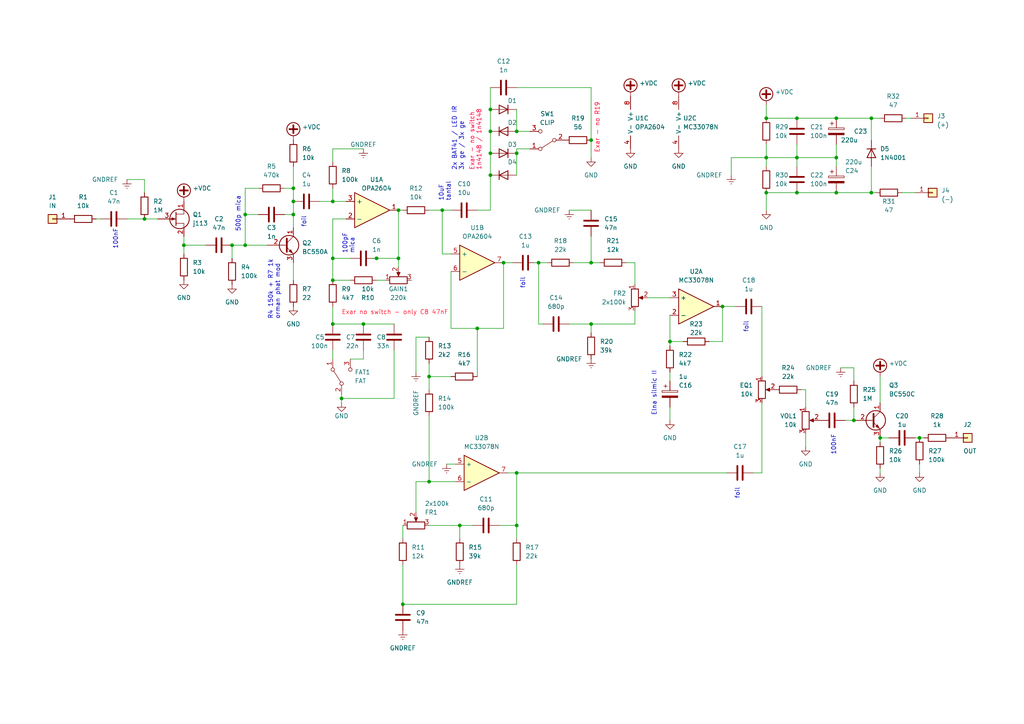
<source format=kicad_sch>
(kicad_sch (version 20230121) (generator eeschema)
  (paper "A4")
  (title_block (title "King in Yellow (Hastur)  / Exar SF-2") (rev "0.3") (company "Pieczarka!  "))
  (lib_symbols
    (symbol "Connector_Generic:Conn_01x01" (pin_names (offset 1.016) hide)
      (property "Reference" "J" (at 0 2.54 0))
      (property "Value" "Conn_01x01" (at 0 -2.54 0))
      (symbol "Conn_01x01_1_1"
        (rectangle (start -1.27 0.127) (end 0 -0.127) (stroke (width 0.1524)))
        (rectangle (start -1.27 1.27) (end 1.27 -1.27) (stroke (width 0.254)) (fill (type background)))
        (pin passive line (at -5.08 0 0) (length 3.81) (name "Pin_1") (number "1"))
      )
    )
    (symbol "Device:C" (pin_numbers hide) (pin_names (offset 0.254))
      (property "Reference" "C" (at 0.635 2.54 0))
      (property "Value" "C" (at 0.635 -2.54 0))
      (symbol "C_0_1"
        (polyline (pts (xy -2.032 -0.762) (xy 2.032 -0.762)) (stroke (width 0.508)))
        (polyline (pts (xy -2.032 0.762) (xy 2.032 0.762)) (stroke (width 0.508)))
      )
      (symbol "C_1_1"
        (pin passive line (at 0 3.81 270) (length 2.794) (name "~") (number "1"))
        (pin passive line (at 0 -3.81 90) (length 2.794) (name "~") (number "2"))
      )
    )
    (symbol "Device:C_Polarized" (pin_numbers hide) (pin_names (offset 0.254))
      (property "Reference" "C" (at 0.635 2.54 0))
      (property "Value" "C_Polarized" (at 0.635 -2.54 0))
      (symbol "C_Polarized_0_1"
        (rectangle (start -2.286 0.508) (end 2.286 1.016))
        (polyline (pts (xy -1.778 2.286) (xy -0.762 2.286)))
        (polyline (pts (xy -1.27 2.794) (xy -1.27 1.778)))
        (rectangle (start 2.286 -0.508) (end -2.286 -1.016) (fill (type outline)))
      )
      (symbol "C_Polarized_1_1"
        (pin passive line (at 0 3.81 270) (length 2.794) (name "~") (number "1"))
        (pin passive line (at 0 -3.81 90) (length 2.794) (name "~") (number "2"))
      )
    )
    (symbol "Device:Opamp_Dual"
      (property "Reference" "U" (at 0 5.08 0))
      (property "Value" "Opamp_Dual" (at 0 -5.08 0))
      (symbol "Opamp_Dual_1_1"
        (polyline (pts (xy -5.08 5.08) (xy 5.08 0) (xy -5.08 -5.08) (xy -5.08 5.08)) (stroke (width 0.254)) (fill (type background)))
        (pin output line (at 7.62 0 180) (length 2.54) (name "~") (number "1"))
        (pin input line (at -7.62 -2.54 0) (length 2.54) (name "-") (number "2"))
        (pin input line (at -7.62 2.54 0) (length 2.54) (name "+") (number "3"))
      )
      (symbol "Opamp_Dual_2_1"
        (polyline (pts (xy -5.08 5.08) (xy 5.08 0) (xy -5.08 -5.08) (xy -5.08 5.08)) (stroke (width 0.254)) (fill (type background)))
        (pin input line (at -7.62 2.54 0) (length 2.54) (name "+") (number "5"))
        (pin input line (at -7.62 -2.54 0) (length 2.54) (name "-") (number "6"))
        (pin output line (at 7.62 0 180) (length 2.54) (name "~") (number "7"))
      )
      (symbol "Opamp_Dual_3_1"
        (pin power_in line (at -2.54 -7.62 90) (length 3.81) (name "V-") (number "4"))
        (pin power_in line (at -2.54 7.62 270) (length 3.81) (name "V+") (number "8"))
      )
    )
    (symbol "Device:Q_NJFET_DSG" (pin_names (offset 0) hide)
      (property "Reference" "Q" (at 5.08 1.27 0))
      (property "Value" "Q_NJFET_DSG" (at 5.08 -1.27 0))
      (symbol "Q_NJFET_DSG_0_1"
        (polyline (pts (xy 0.254 1.905) (xy 0.254 -1.905) (xy 0.254 -1.905)) (stroke (width 0.254)))
        (polyline (pts (xy 2.54 -2.54) (xy 2.54 -1.27) (xy 0.254 -1.27)))
        (polyline (pts (xy 2.54 2.54) (xy 2.54 1.397) (xy 0.254 1.397)))
        (polyline (pts (xy 0 0) (xy -1.016 0.381) (xy -1.016 -0.381) (xy 0 0)) (fill (type outline)))
        (circle (center 1.27 0) (radius 2.8194) (stroke (width 0.254)))
      )
      (symbol "Q_NJFET_DSG_1_1"
        (pin passive line (at 2.54 5.08 270) (length 2.54) (name "D") (number "1"))
        (pin passive line (at 2.54 -5.08 90) (length 2.54) (name "S") (number "2"))
        (pin input line (at -5.08 0 0) (length 5.334) (name "G") (number "3"))
      )
    )
    (symbol "Device:R" (pin_numbers hide) (pin_names (offset 0))
      (property "Reference" "R" (at 2.032 0 90))
      (property "Value" "R" (at 0 0 90))
      (symbol "R_0_1"
        (rectangle (start -1.016 -2.54) (end 1.016 2.54) (stroke (width 0.254)))
      )
      (symbol "R_1_1"
        (pin passive line (at 0 3.81 270) (length 1.27) (name "~") (number "1"))
        (pin passive line (at 0 -3.81 90) (length 1.27) (name "~") (number "2"))
      )
    )
    (symbol "Device:R_Potentiometer" (pin_names (offset 1.016) hide)
      (property "Reference" "RV" (at -4.445 0 90))
      (property "Value" "R_Potentiometer" (at -2.54 0 90))
      (symbol "R_Potentiometer_0_1"
        (polyline (pts (xy 2.54 0) (xy 1.524 0)))
        (polyline (pts (xy 1.143 0) (xy 2.286 0.508) (xy 2.286 -0.508) (xy 1.143 0)) (fill (type outline)))
        (rectangle (start 1.016 2.54) (end -1.016 -2.54) (stroke (width 0.254)))
      )
      (symbol "R_Potentiometer_1_1"
        (pin passive line (at 0 3.81 270) (length 1.27) (name "1") (number "1"))
        (pin passive line (at 3.81 0 180) (length 1.27) (name "2") (number "2"))
        (pin passive line (at 0 -3.81 90) (length 1.27) (name "3") (number "3"))
      )
    )
    (symbol "Diode:1N4001" (pin_numbers hide) (pin_names hide)
      (property "Reference" "D" (at 0 2.54 0))
      (property "Value" "1N4001" (at 0 -2.54 0))
      (symbol "1N4001_0_1"
        (polyline (pts (xy -1.27 1.27) (xy -1.27 -1.27)) (stroke (width 0.254)))
        (polyline (pts (xy 1.27 0) (xy -1.27 0)))
        (polyline (pts (xy 1.27 1.27) (xy 1.27 -1.27) (xy -1.27 0) (xy 1.27 1.27)) (stroke (width 0.254)))
      )
      (symbol "1N4001_1_1"
        (pin passive line (at -3.81 0 0) (length 2.54) (name "K") (number "1"))
        (pin passive line (at 3.81 0 180) (length 2.54) (name "A") (number "2"))
      )
    )
    (symbol "Diode:1N4148" (pin_numbers hide) (pin_names hide)
      (property "Reference" "D" (at 0 2.54 0))
      (property "Value" "1N4148" (at 0 -2.54 0))
      (symbol "1N4148_0_1"
        (polyline (pts (xy -1.27 1.27) (xy -1.27 -1.27)) (stroke (width 0.254)))
        (polyline (pts (xy 1.27 0) (xy -1.27 0)))
        (polyline (pts (xy 1.27 1.27) (xy 1.27 -1.27) (xy -1.27 0) (xy 1.27 1.27)) (stroke (width 0.254)))
      )
      (symbol "1N4148_1_1"
        (pin passive line (at -3.81 0 0) (length 2.54) (name "K") (number "1"))
        (pin passive line (at 3.81 0 180) (length 2.54) (name "A") (number "2"))
      )
    )
    (symbol "Switch:SW_SPDT" (pin_names (offset 0) hide)
      (property "Reference" "SW" (at 0 4.318 0))
      (property "Value" "SW_SPDT" (at 0 -5.08 0))
      (symbol "SW_SPDT_0_0"
        (circle (center -2.032 0) (radius 0.508))
        (circle (center 2.032 -2.54) (radius 0.508))
      )
      (symbol "SW_SPDT_0_1"
        (polyline (pts (xy -1.524 0.254) (xy 1.651 2.286)))
        (circle (center 2.032 2.54) (radius 0.508))
      )
      (symbol "SW_SPDT_1_1"
        (pin passive line (at 5.08 2.54 180) (length 2.54) (name "A") (number "1"))
        (pin passive line (at -5.08 0 0) (length 2.54) (name "B") (number "2"))
        (pin passive line (at 5.08 -2.54 180) (length 2.54) (name "C") (number "3"))
      )
    )
    (symbol "Transistor_BJT:BC550" (pin_names (offset 0) hide)
      (property "Reference" "Q" (at 5.08 1.905 0))
      (property "Value" "BC550" (at 5.08 0 0))
      (symbol "BC550_0_1"
        (polyline (pts (xy 0 0) (xy 0.635 0)))
        (polyline (pts (xy 0.635 0.635) (xy 2.54 2.54)))
        (polyline (pts (xy 0.635 -0.635) (xy 2.54 -2.54) (xy 2.54 -2.54)))
        (polyline (pts (xy 0.635 1.905) (xy 0.635 -1.905) (xy 0.635 -1.905)) (stroke (width 0.508)))
        (polyline (pts (xy 1.27 -1.778) (xy 1.778 -1.27) (xy 2.286 -2.286) (xy 1.27 -1.778) (xy 1.27 -1.778)) (fill (type outline)))
        (circle (center 1.27 0) (radius 2.8194) (stroke (width 0.254)))
      )
      (symbol "BC550_1_1"
        (pin passive line (at 2.54 5.08 270) (length 2.54) (name "C") (number "1"))
        (pin input line (at -5.08 0 0) (length 5.08) (name "B") (number "2"))
        (pin passive line (at 2.54 -5.08 90) (length 2.54) (name "E") (number "3"))
      )
    )
    (symbol "power:+VDC" (power) (pin_names (offset 0))
      (property "Value" "+VDC" (at 0 6.35 0))
      (symbol "+VDC_0_1"
        (polyline (pts (xy -1.143 3.175) (xy 1.143 3.175)) (stroke (width 0.508)))
        (polyline (pts (xy 0 0) (xy 0 1.27)))
        (polyline (pts (xy 0 2.032) (xy 0 4.318)) (stroke (width 0.508)))
        (circle (center 0 3.175) (radius 1.905) (stroke (width 0.254)))
      )
      (symbol "+VDC_1_1"
        (pin power_in line (at 0 0 90) (length 0) hide (name "+VDC") (number "1"))
      )
    )
    (symbol "power:GND" (power) (pin_names (offset 0))
      (property "Value" "GND" (at 0 -3.81 0))
      (symbol "GND_0_1"
        (polyline (pts (xy 0 0) (xy 0 -1.27) (xy 1.27 -1.27) (xy 0 -2.54) (xy -1.27 -1.27) (xy 0 -1.27)))
      )
      (symbol "GND_1_1"
        (pin power_in line (at 0 0 270) (length 0) hide (name "GND") (number "1"))
      )
    )
    (symbol "power:GNDREF" (power) (pin_names (offset 0))
      (property "Value" "GNDREF" (at 0 -3.81 0))
      (symbol "GNDREF_0_1"
        (polyline (pts (xy -0.635 -1.905) (xy 0.635 -1.905)))
        (polyline (pts (xy -0.127 -2.54) (xy 0.127 -2.54)))
        (polyline (pts (xy 0 -1.27) (xy 0 0)))
        (polyline (pts (xy 1.27 -1.27) (xy -1.27 -1.27)))
      )
      (symbol "GNDREF_1_1"
        (pin power_in line (at 0 0 270) (length 0) hide (name "GNDREF") (number "1"))
      )
    )
  )
  (junction (at 96.52 81.28))
  (junction (at 67.31 71.12))
  (junction (at 96.52 58.42))
  (junction (at 171.45 93.98))
  (junction (at 85.09 62.23))
  (junction (at 99.06 115.57))
  (junction (at 149.86 38.1))
  (junction (at 128.27 60.96))
  (junction (at 171.45 40.64))
  (junction (at 115.57 60.96))
  (junction (at 171.45 76.2))
  (junction (at 96.52 74.93))
  (junction (at 149.86 152.4))
  (junction (at 124.46 109.22))
  (junction (at 222.25 34.29))
  (junction (at 142.24 31.75))
  (junction (at 231.14 55.88))
  (junction (at 255.27 127))
  (junction (at 149.86 44.45))
  (junction (at 109.22 74.93))
  (junction (at 133.35 152.4))
  (junction (at 53.34 71.12))
  (junction (at 242.57 45.72))
  (junction (at 142.24 38.1))
  (junction (at 138.43 95.25))
  (junction (at 252.73 34.29))
  (junction (at 149.86 137.16))
  (junction (at 142.24 44.45))
  (junction (at 222.25 45.72))
  (junction (at 71.12 71.12))
  (junction (at 252.73 55.88))
  (junction (at 242.57 55.88))
  (junction (at 194.31 99.06))
  (junction (at 105.41 93.98))
  (junction (at 116.84 175.26))
  (junction (at 209.55 88.9))
  (junction (at 222.25 55.88))
  (junction (at 231.14 45.72))
  (junction (at 85.09 58.42))
  (junction (at 142.24 50.8))
  (junction (at 41.91 63.5))
  (junction (at 124.46 139.7))
  (junction (at 71.12 62.23))
  (junction (at 146.05 76.2))
  (junction (at 242.57 34.29))
  (junction (at 85.09 54.61))
  (junction (at 96.52 93.98))
  (junction (at 266.7 127))
  (junction (at 115.57 74.93))
  (junction (at 231.14 34.29))
  (junction (at 247.65 121.92))
  (junction (at 156.21 76.2))
  (wire (pts (xy 184.15 93.98) (xy 171.45 93.98)))
  (wire (pts (xy 114.3 115.57) (xy 99.06 115.57)))
  (wire (pts (xy 187.96 86.36) (xy 194.31 86.36)))
  (wire (pts (xy 171.45 25.4) (xy 171.45 40.64)))
  (wire (pts (xy 142.24 60.96) (xy 138.43 60.96)))
  (wire (pts (xy 149.86 31.75) (xy 149.86 38.1)))
  (wire (pts (xy 154.94 76.2) (xy 156.21 76.2)))
  (wire (pts (xy 231.14 55.88) (xy 222.25 55.88)))
  (wire (pts (xy 194.31 99.06) (xy 194.31 100.33)))
  (wire (pts (xy 109.22 81.28) (xy 111.76 81.28)))
  (wire (pts (xy 149.86 156.21) (xy 149.86 152.4)))
  (wire (pts (xy 105.41 43.18) (xy 96.52 43.18)))
  (wire (pts (xy 115.57 60.96) (xy 115.57 74.93)))
  (wire (pts (xy 115.57 60.96) (xy 116.84 60.96)))
  (wire (pts (xy 171.45 76.2) (xy 173.99 76.2)))
  (wire (pts (xy 107.95 74.93) (xy 109.22 74.93)))
  (wire (pts (xy 233.68 113.03) (xy 233.68 118.11)))
  (wire (pts (xy 149.86 137.16) (xy 210.82 137.16)))
  (wire (pts (xy 96.52 88.9) (xy 96.52 93.98)))
  (wire (pts (xy 142.24 50.8) (xy 142.24 60.96)))
  (wire (pts (xy 149.86 44.45) (xy 149.86 50.8)))
  (wire (pts (xy 96.52 54.61) (xy 96.52 58.42)))
  (wire (pts (xy 138.43 95.25) (xy 138.43 109.22)))
  (wire (pts (xy 231.14 34.29) (xy 222.25 34.29)))
  (wire (pts (xy 109.22 74.93) (xy 115.57 74.93)))
  (wire (pts (xy 129.54 134.62) (xy 132.08 134.62)))
  (wire (pts (xy 209.55 88.9) (xy 213.36 88.9)))
  (wire (pts (xy 149.86 163.83) (xy 149.86 175.26)))
  (wire (pts (xy 85.09 62.23) (xy 85.09 66.04)))
  (wire (pts (xy 231.14 41.91) (xy 231.14 45.72)))
  (wire (pts (xy 82.55 62.23) (xy 85.09 62.23)))
  (wire (pts (xy 82.55 54.61) (xy 85.09 54.61)))
  (wire (pts (xy 146.05 76.2) (xy 148.59 76.2)))
  (wire (pts (xy 266.7 134.62) (xy 266.7 137.16)))
  (wire (pts (xy 231.14 45.72) (xy 242.57 45.72)))
  (wire (pts (xy 114.3 101.6) (xy 114.3 115.57)))
  (wire (pts (xy 165.1 60.96) (xy 171.45 60.96)))
  (wire (pts (xy 41.91 63.5) (xy 45.72 63.5)))
  (wire (pts (xy 171.45 68.58) (xy 171.45 76.2)))
  (wire (pts (xy 247.65 106.68) (xy 243.84 106.68)))
  (wire (pts (xy 85.09 54.61) (xy 85.09 58.42)))
  (wire (pts (xy 96.52 43.18) (xy 96.52 46.99)))
  (wire (pts (xy 124.46 97.79) (xy 120.65 97.79)))
  (wire (pts (xy 138.43 95.25) (xy 146.05 95.25)))
  (wire (pts (xy 71.12 54.61) (xy 74.93 54.61)))
  (wire (pts (xy 231.14 45.72) (xy 231.14 48.26)))
  (wire (pts (xy 142.24 38.1) (xy 142.24 44.45)))
  (wire (pts (xy 257.81 127) (xy 255.27 127)))
  (wire (pts (xy 71.12 62.23) (xy 74.93 62.23)))
  (wire (pts (xy 96.52 93.98) (xy 105.41 93.98)))
  (wire (pts (xy 53.34 71.12) (xy 53.34 73.66)))
  (wire (pts (xy 99.06 116.84) (xy 99.06 115.57)))
  (wire (pts (xy 101.6 104.14) (xy 105.41 104.14)))
  (wire (pts (xy 85.09 76.2) (xy 85.09 81.28)))
  (wire (pts (xy 67.31 71.12) (xy 71.12 71.12)))
  (wire (pts (xy 166.37 76.2) (xy 171.45 76.2)))
  (wire (pts (xy 96.52 101.6) (xy 96.52 104.14)))
  (wire (pts (xy 53.34 71.12) (xy 59.69 71.12)))
  (wire (pts (xy 142.24 31.75) (xy 142.24 38.1)))
  (wire (pts (xy 242.57 34.29) (xy 252.73 34.29)))
  (wire (pts (xy 149.86 38.1) (xy 153.67 38.1)))
  (wire (pts (xy 220.98 88.9) (xy 220.98 109.22)))
  (wire (pts (xy 222.25 45.72) (xy 231.14 45.72)))
  (wire (pts (xy 222.25 45.72) (xy 222.25 48.26)))
  (wire (pts (xy 252.73 48.26) (xy 252.73 55.88)))
  (wire (pts (xy 96.52 58.42) (xy 100.33 58.42)))
  (wire (pts (xy 101.6 74.93) (xy 96.52 74.93)))
  (wire (pts (xy 222.25 55.88) (xy 222.25 60.96)))
  (wire (pts (xy 105.41 93.98) (xy 114.3 93.98)))
  (wire (pts (xy 120.65 148.59) (xy 120.65 139.7)))
  (wire (pts (xy 133.35 152.4) (xy 137.16 152.4)))
  (wire (pts (xy 181.61 76.2) (xy 184.15 76.2)))
  (wire (pts (xy 130.81 78.74) (xy 130.81 95.25)))
  (wire (pts (xy 130.81 109.22) (xy 124.46 109.22)))
  (wire (pts (xy 261.62 55.88) (xy 265.43 55.88)))
  (wire (pts (xy 133.35 156.21) (xy 133.35 152.4)))
  (wire (pts (xy 142.24 44.45) (xy 142.24 50.8)))
  (wire (pts (xy 184.15 90.17) (xy 184.15 93.98)))
  (wire (pts (xy 233.68 125.73) (xy 233.68 129.54)))
  (wire (pts (xy 105.41 104.14) (xy 105.41 101.6)))
  (wire (pts (xy 142.24 25.4) (xy 142.24 31.75)))
  (wire (pts (xy 96.52 74.93) (xy 96.52 81.28)))
  (wire (pts (xy 220.98 137.16) (xy 218.44 137.16)))
  (wire (pts (xy 198.12 99.06) (xy 194.31 99.06)))
  (wire (pts (xy 53.34 68.58) (xy 53.34 71.12)))
  (wire (pts (xy 92.71 58.42) (xy 96.52 58.42)))
  (wire (pts (xy 71.12 54.61) (xy 71.12 62.23)))
  (wire (pts (xy 171.45 96.52) (xy 171.45 93.98)))
  (wire (pts (xy 242.57 55.88) (xy 252.73 55.88)))
  (wire (pts (xy 231.14 34.29) (xy 242.57 34.29)))
  (wire (pts (xy 194.31 99.06) (xy 194.31 91.44)))
  (wire (pts (xy 124.46 139.7) (xy 132.08 139.7)))
  (wire (pts (xy 128.27 60.96) (xy 130.81 60.96)))
  (wire (pts (xy 116.84 175.26) (xy 116.84 163.83)))
  (wire (pts (xy 124.46 109.22) (xy 124.46 105.41)))
  (wire (pts (xy 27.94 63.5) (xy 29.21 63.5)))
  (wire (pts (xy 124.46 60.96) (xy 128.27 60.96)))
  (wire (pts (xy 85.09 48.26) (xy 85.09 54.61)))
  (wire (pts (xy 124.46 120.65) (xy 124.46 139.7)))
  (wire (pts (xy 255.27 109.22) (xy 255.27 116.84)))
  (wire (pts (xy 194.31 118.11) (xy 194.31 121.92)))
  (wire (pts (xy 255.27 128.27) (xy 255.27 127)))
  (wire (pts (xy 130.81 95.25) (xy 138.43 95.25)))
  (wire (pts (xy 266.7 127) (xy 265.43 127)))
  (wire (pts (xy 267.97 127) (xy 266.7 127)))
  (wire (pts (xy 96.52 81.28) (xy 101.6 81.28)))
  (wire (pts (xy 146.05 95.25) (xy 146.05 76.2)))
  (wire (pts (xy 128.27 73.66) (xy 128.27 60.96)))
  (wire (pts (xy 212.09 45.72) (xy 222.25 45.72)))
  (wire (pts (xy 36.83 63.5) (xy 41.91 63.5)))
  (wire (pts (xy 242.57 45.72) (xy 242.57 48.26)))
  (wire (pts (xy 120.65 97.79) (xy 120.65 107.95)))
  (wire (pts (xy 252.73 34.29) (xy 255.27 34.29)))
  (wire (pts (xy 67.31 71.12) (xy 67.31 74.93)))
  (wire (pts (xy 115.57 74.93) (xy 115.57 77.47)))
  (wire (pts (xy 242.57 55.88) (xy 231.14 55.88)))
  (wire (pts (xy 100.33 63.5) (xy 96.52 63.5)))
  (wire (pts (xy 149.86 43.18) (xy 149.86 44.45)))
  (wire (pts (xy 124.46 109.22) (xy 124.46 113.03)))
  (wire (pts (xy 247.65 110.49) (xy 247.65 106.68)))
  (wire (pts (xy 252.73 55.88) (xy 254 55.88)))
  (wire (pts (xy 171.45 40.64) (xy 171.45 45.72)))
  (wire (pts (xy 71.12 62.23) (xy 71.12 71.12)))
  (wire (pts (xy 96.52 63.5) (xy 96.52 74.93)))
  (wire (pts (xy 184.15 76.2) (xy 184.15 82.55)))
  (wire (pts (xy 130.81 73.66) (xy 128.27 73.66)))
  (wire (pts (xy 149.86 175.26) (xy 116.84 175.26)))
  (wire (pts (xy 149.86 137.16) (xy 149.86 152.4)))
  (wire (pts (xy 116.84 156.21) (xy 116.84 152.4)))
  (wire (pts (xy 247.65 121.92) (xy 245.11 121.92)))
  (wire (pts (xy 71.12 71.12) (xy 77.47 71.12)))
  (wire (pts (xy 156.21 76.2) (xy 158.75 76.2)))
  (wire (pts (xy 124.46 152.4) (xy 133.35 152.4)))
  (wire (pts (xy 209.55 99.06) (xy 205.74 99.06)))
  (wire (pts (xy 222.25 30.48) (xy 222.25 34.29)))
  (wire (pts (xy 242.57 41.91) (xy 242.57 45.72)))
  (wire (pts (xy 222.25 41.91) (xy 222.25 45.72)))
  (wire (pts (xy 194.31 107.95) (xy 194.31 110.49)))
  (wire (pts (xy 220.98 116.84) (xy 220.98 137.16)))
  (wire (pts (xy 247.65 118.11) (xy 247.65 121.92)))
  (wire (pts (xy 252.73 34.29) (xy 252.73 40.64)))
  (wire (pts (xy 120.65 139.7) (xy 124.46 139.7)))
  (wire (pts (xy 36.83 52.07) (xy 41.91 52.07)))
  (wire (pts (xy 156.21 76.2) (xy 156.21 93.98)))
  (wire (pts (xy 147.32 137.16) (xy 149.86 137.16)))
  (wire (pts (xy 255.27 137.16) (xy 255.27 135.89)))
  (wire (pts (xy 232.41 113.03) (xy 233.68 113.03)))
  (wire (pts (xy 99.06 115.57) (xy 99.06 114.3)))
  (wire (pts (xy 212.09 45.72) (xy 212.09 50.8)))
  (wire (pts (xy 262.89 34.29) (xy 264.16 34.29)))
  (wire (pts (xy 209.55 88.9) (xy 209.55 99.06)))
  (wire (pts (xy 171.45 93.98) (xy 165.1 93.98)))
  (wire (pts (xy 156.21 93.98) (xy 157.48 93.98)))
  (wire (pts (xy 149.86 152.4) (xy 144.78 152.4)))
  (wire (pts (xy 153.67 43.18) (xy 149.86 43.18)))
  (wire (pts (xy 149.86 25.4) (xy 171.45 25.4)))
  (wire (pts (xy 85.09 58.42) (xy 85.09 62.23)))
  (wire (pts (xy 41.91 52.07) (xy 41.91 55.88)))
  (text "Exar - no switch\n1n4148 / 1n4148" (at 139.7 49.53 90) (effects (font (size 1.27 1.27)) (justify left bottom)))
  (text "100nF" (at 242.57 132.08 90) (effects (font (size 1.27 1.27)) (justify left bottom)))
  (text "100nF" (at 34.29 72.39 90) (effects (font (size 1.27 1.27)) (justify left bottom)))
  (text "Exar no switch - only C8 47nF" (at 99.06 91.44 0) (effects (font (size 1.27 1.27)) (justify left bottom)))
  (text "500p mica " (at 69.85 67.31 90) (effects (font (size 1.27 1.27)) (justify left bottom)))
  (text "foil" (at 88.9 66.04 90) (effects (font (size 1.27 1.27)) (justify left bottom)))
  (text "10uF \ntantal" (at 130.81 58.42 90) (effects (font (size 1.27 1.27)) (justify left bottom)))
  (text "Elna silmic II" (at 190.5 120.65 90) (effects (font (size 1.27 1.27)) (justify left bottom)))
  (text "Exar - no R19" (at 173.99 44.45 90) (effects (font (size 1.27 1.27)) (justify left bottom)))
  (text "100pF \nmica" (at 102.87 73.66 90) (effects (font (size 1.27 1.27)) (justify left bottom)))
  (text "R4 150k + R7 1k\norman phat mod" (at 81.28 92.71 90) (effects (font (size 1.27 1.27)) (justify left bottom)))
  (text "foil" (at 217.17 96.52 90) (effects (font (size 1.27 1.27)) (justify left bottom)))
  (text "2x BAT41 / LED IR\n3x ge / 3x ge" (at 134.62 49.53 90) (effects (font (size 1.27 1.27)) (justify left bottom)))
  (text "foil" (at 214.63 144.78 90) (effects (font (size 1.27 1.27)) (justify left bottom)))
  (text "foil" (at 152.4 83.82 90) (effects (font (size 1.27 1.27)) (justify left bottom)))
  (symbol (lib_id "Device:Opamp_Dual") (at 199.39 35.56 0) (unit 3)
    (property "Reference" "U2" (at 198.12 34.2899 0) (effects (justify left)))
    (property "Value" "MC33078N" (at 198.12 36.8299 0) (effects (justify left)))
    (property "Footprint" "Package_DIP:DIP-8_W7.62mm_LongPads" (effects hide))
  )
  (symbol (lib_id "Diode:1N4148") (at 146.05 38.1 0) (unit 1)
    (property "Reference" "D2" (at 148.59 35.56 0))
    (property "Value" "1N4148" (effects hide))
    (property "Footprint" "Diode_THT:D_DO-35_SOD27_P2.54mm_Vertical_AnodeUp" (effects hide))
    (property "Datasheet" "https://assets.nexperia.com/documents/data-sheet/1N4148_1N4448.pdf" (effects hide))
  )
  (symbol (lib_id "Device:C") (at 116.84 179.07 180) (unit 1)
    (property "Reference" "C9" (at 120.65 177.7999 0) (effects (justify right)))
    (property "Value" "47n" (at 120.65 180.3399 0) (effects (justify right)))
    (property "Footprint" "Capacitor_THT:C_Rect_L13.0mm_W5.0mm_P10.00mm_FKS3_FKP3_MKS4" (effects hide))
  )
  (symbol (lib_id "Diode:1N4148") (at 146.05 50.8 0) (unit 1)
    (property "Reference" "D4" (at 148.59 46.99 0))
    (property "Value" "Ge" (effects hide))
    (property "Footprint" "Diode_THT:D_DO-35_SOD27_P2.54mm_Vertical_AnodeUp" (effects hide))
    (property "Datasheet" "https://assets.nexperia.com/documents/data-sheet/1N4148_1N4448.pdf" (effects hide))
  )
  (symbol (lib_id "Device:R") (at 78.74 54.61 90) (unit 1)
    (property "Reference" "R5" (at 78.74 48.26 90))
    (property "Value" "470k" (at 78.74 50.8 90))
    (property "Footprint" "Resistor_THT:R_Axial_DIN0204_L3.6mm_D1.6mm_P5.08mm_Horizontal" (effects hide))
  )
  (symbol (lib_id "Device:Q_NJFET_DSG") (at 50.8 63.5 0) (unit 1)
    (property "Reference" "Q1" (at 55.88 62.2299 0) (effects (justify left)))
    (property "Value" "j113" (at 55.88 64.7699 0) (effects (justify left)))
    (property "Footprint" "Package_TO_SOT_THT:TO-92_Inline_Wide" (effects hide))
  )
  (symbol (lib_id "Device:R_Potentiometer") (at 220.98 113.03 0) (unit 1)
    (property "Reference" "EQ1" (at 218.44 111.7599 0) (effects (justify right)))
    (property "Value" "10k" (at 218.44 114.2999 0) (effects (justify right)))
    (property "Footprint" "varia:potek2" (effects hide))
  )
  (symbol (lib_id "Device:R") (at 222.25 52.07 0) (unit 1)
    (property "Reference" "R30" (at 224.79 50.7999 0) (effects (justify left)))
    (property "Value" "10k" (at 224.79 53.3399 0) (effects (justify left)))
    (property "Footprint" "Resistor_THT:R_Axial_DIN0204_L3.6mm_D1.6mm_P2.54mm_Vertical" (effects hide))
  )
  (symbol (lib_id "Device:R") (at 247.65 114.3 180) (unit 1)
    (property "Reference" "R25" (at 250.19 113.0299 0) (effects (justify right)))
    (property "Value" "1M" (at 250.19 115.5699 0) (effects (justify right)))
    (property "Footprint" "Resistor_THT:R_Axial_DIN0204_L3.6mm_D1.6mm_P7.62mm_Horizontal" (effects hide))
  )
  (symbol (lib_id "Device:R") (at 255.27 132.08 180) (unit 1)
    (property "Reference" "R26" (at 257.81 130.8099 0) (effects (justify right)))
    (property "Value" "10k" (at 257.81 133.3499 0) (effects (justify right)))
    (property "Footprint" "Resistor_THT:R_Axial_DIN0204_L3.6mm_D1.6mm_P2.54mm_Vertical" (effects hide))
  )
  (symbol (lib_id "power:+VDC") (at 222.25 30.48 0) (unit 1)
    (property "Reference" "#PWR027" (effects hide))
    (property "Value" "+VDC" (at 224.79 26.67 0) (effects (justify left)))
  )
  (symbol (lib_id "Device:R") (at 134.62 109.22 90) (unit 1)
    (property "Reference" "R16" (at 134.62 102.87 90))
    (property "Value" "4k7" (at 134.62 105.41 90))
    (property "Footprint" "Resistor_THT:R_Axial_DIN0204_L3.6mm_D1.6mm_P2.54mm_Vertical" (effects hide))
  )
  (symbol (lib_id "power:GND") (at 67.31 82.55 0) (unit 1)
    (property "Reference" "#PWR04" (effects hide))
    (property "Value" "GND" (at 67.31 87.63 0))
  )
  (symbol (lib_id "Device:R_Potentiometer") (at 233.68 121.92 0) (unit 1)
    (property "Reference" "VOL1" (at 231.14 120.6499 0) (effects (justify right)))
    (property "Value" "10k" (at 231.14 123.1899 0) (effects (justify right)))
    (property "Footprint" "varia:potek2" (effects hide))
  )
  (symbol (lib_id "power:GNDREF") (at 133.35 163.83 0) (unit 1)
    (property "Reference" "#PWR012" (effects hide))
    (property "Value" "GNDREF" (at 129.54 168.91 0) (effects (justify left)))
  )
  (symbol (lib_id "Device:C") (at 33.02 63.5 90) (unit 1)
    (property "Reference" "C1" (at 33.02 55.88 90))
    (property "Value" "47n" (at 33.02 58.42 90))
    (property "Footprint" "Capacitor_THT:C_Rect_L13.0mm_W5.0mm_P10.00mm_FKS3_FKP3_MKS4" (effects hide))
  )
  (symbol (lib_id "Device:Opamp_Dual") (at 185.42 35.56 0) (unit 3)
    (property "Reference" "U1" (at 184.15 34.2899 0) (effects (justify left)))
    (property "Value" "OPA2604" (at 184.15 36.8299 0) (effects (justify left)))
    (property "Footprint" "Package_DIP:DIP-8_W7.62mm_LongPads" (effects hide))
  )
  (symbol (lib_id "Device:C") (at 161.29 93.98 90) (unit 1)
    (property "Reference" "C14" (at 161.29 86.36 90))
    (property "Value" "680p" (at 161.29 88.9 90))
    (property "Footprint" "Capacitor_THT:C_Rect_L7.2mm_W5.5mm_P5.00mm_FKS2_FKP2_MKS2_MKP2" (effects hide))
  )
  (symbol (lib_id "power:GNDREF") (at 165.1 60.96 0) (unit 1)
    (property "Reference" "#PWR013" (effects hide))
    (property "Value" "GNDREF" (at 154.94 60.96 0) (effects (justify left)))
  )
  (symbol (lib_id "Device:R") (at 162.56 76.2 90) (unit 1)
    (property "Reference" "R18" (at 162.56 69.85 90))
    (property "Value" "22k" (at 162.56 72.39 90))
    (property "Footprint" "Resistor_THT:R_Axial_DIN0204_L3.6mm_D1.6mm_P2.54mm_Vertical" (effects hide))
  )
  (symbol (lib_id "Switch:SW_SPDT") (at 158.75 40.64 180) (unit 1)
    (property "Reference" "SW1" (at 158.75 33.02 0))
    (property "Value" "CLIP" (at 158.75 35.56 0))
    (property "Footprint" "varia:potek2" (effects hide))
  )
  (symbol (lib_id "power:+VDC") (at 53.34 58.42 0) (unit 1)
    (property "Reference" "#PWR02" (effects hide))
    (property "Value" "+VDC" (at 55.88 54.61 0) (effects (justify left)))
  )
  (symbol (lib_id "Transistor_BJT:BC550") (at 82.55 71.12 0) (unit 1)
    (property "Reference" "Q2" (at 87.63 70.485 0) (effects (justify left)))
    (property "Value" "BC550A" (at 87.63 73.025 0) (effects (justify left)))
    (property "Footprint" "Package_TO_SOT_THT:TO-92_Inline" (effects hide))
    (property "Datasheet" "https://www.onsemi.com/pub/Collateral/BC550-D.pdf" (effects hide))
  )
  (symbol (lib_id "Device:R") (at 257.81 55.88 90) (unit 1)
    (property "Reference" "R31" (at 257.81 58.42 90))
    (property "Value" "47" (at 257.81 60.96 90))
    (property "Footprint" "Resistor_THT:R_Axial_DIN0204_L3.6mm_D1.6mm_P2.54mm_Vertical" (effects hide))
  )
  (symbol (lib_id "Device:Opamp_Dual") (at 107.95 60.96 0) (unit 1)
    (property "Reference" "U1" (at 109.22 52.07 0))
    (property "Value" "OPA2604" (at 109.22 54.61 0))
    (property "Footprint" "Package_DIP:DIP-8_W7.62mm_LongPads" (effects hide))
  )
  (symbol (lib_id "Device:R") (at 53.34 77.47 0) (unit 1)
    (property "Reference" "R3" (at 55.88 76.1999 0) (effects (justify left)))
    (property "Value" "10k" (at 55.88 78.7399 0) (effects (justify left)))
    (property "Footprint" "Resistor_THT:R_Axial_DIN0204_L3.6mm_D1.6mm_P5.08mm_Horizontal" (effects hide))
  )
  (symbol (lib_id "power:GNDREF") (at 36.83 52.07 0) (unit 1)
    (property "Reference" "#PWR01" (effects hide))
    (property "Value" "GNDREF" (at 26.67 52.07 0) (effects (justify left)))
  )
  (symbol (lib_id "Device:R") (at 201.93 99.06 90) (unit 1)
    (property "Reference" "R23" (at 201.93 93.98 90))
    (property "Value" "22k" (at 201.93 96.52 90))
    (property "Footprint" "Resistor_THT:R_Axial_DIN0204_L3.6mm_D1.6mm_P2.54mm_Vertical" (effects hide))
  )
  (symbol (lib_id "Device:R") (at 228.6 113.03 90) (unit 1)
    (property "Reference" "R24" (at 228.6 106.68 90))
    (property "Value" "22k" (at 228.6 109.22 90))
    (property "Footprint" "Resistor_THT:R_Axial_DIN0204_L3.6mm_D1.6mm_P2.54mm_Vertical" (effects hide))
  )
  (symbol (lib_id "Device:R") (at 120.65 60.96 90) (unit 1)
    (property "Reference" "R12" (at 120.65 54.61 90))
    (property "Value" "10k" (at 120.65 57.15 90))
    (property "Footprint" "Resistor_THT:R_Axial_DIN0204_L3.6mm_D1.6mm_P2.54mm_Vertical" (effects hide))
  )
  (symbol (lib_id "power:+VDC") (at 196.85 27.94 0) (unit 1)
    (property "Reference" "#PWR025" (effects hide))
    (property "Value" "+VDC" (at 199.39 24.13 0) (effects (justify left)))
  )
  (symbol (lib_id "power:GND") (at 171.45 45.72 0) (unit 1)
    (property "Reference" "#PWR014" (effects hide))
    (property "Value" "GND" (at 171.45 50.8 0))
  )
  (symbol (lib_id "Device:C") (at 231.14 52.07 0) (unit 1)
    (property "Reference" "C22" (at 234.95 50.7999 0) (effects (justify left)))
    (property "Value" "100n" (at 234.95 53.3399 0) (effects (justify left)))
    (property "Footprint" "Capacitor_THT:C_Rect_L7.2mm_W5.5mm_P5.00mm_FKS2_FKP2_MKS2_MKP2" (effects hide))
  )
  (symbol (lib_id "Device:C") (at 140.97 152.4 90) (unit 1)
    (property "Reference" "C11" (at 140.97 144.78 90))
    (property "Value" "680p" (at 140.97 147.32 90))
    (property "Footprint" "Capacitor_THT:C_Rect_L7.2mm_W5.5mm_P5.00mm_FKS2_FKP2_MKS2_MKP2" (effects hide))
  )
  (symbol (lib_id "Device:R") (at 85.09 85.09 0) (unit 1)
    (property "Reference" "R7" (at 87.63 83.8199 0) (effects (justify left)))
    (property "Value" "22" (at 87.63 86.3599 0) (effects (justify left)))
    (property "Footprint" "Resistor_THT:R_Axial_DIN0204_L3.6mm_D1.6mm_P5.08mm_Horizontal" (effects hide))
  )
  (symbol (lib_id "Device:C") (at 88.9 58.42 90) (unit 1)
    (property "Reference" "C4" (at 88.9 50.8 90))
    (property "Value" "1u" (at 88.9 53.34 90))
    (property "Footprint" "Capacitor_THT:C_Rect_L7.2mm_W8.5mm_P5.00mm_FKP2_FKP2_MKS2_MKP2" (effects hide))
  )
  (symbol (lib_id "Device:C_Polarized") (at 242.57 38.1 0) (unit 1)
    (property "Reference" "C23" (at 247.65 38.1 0) (effects (justify left)))
    (property "Value" "220u" (at 243.84 40.64 0) (effects (justify left)))
    (property "Footprint" "Capacitor_THT:CP_Radial_D8.0mm_P5.00mm" (effects hide))
  )
  (symbol (lib_id "Device:R") (at 67.31 78.74 0) (unit 1)
    (property "Reference" "R4" (at 69.85 77.4699 0) (effects (justify left)))
    (property "Value" "100k" (at 69.85 80.0099 0) (effects (justify left)))
    (property "Footprint" "Resistor_THT:R_Axial_DIN0204_L3.6mm_D1.6mm_P5.08mm_Horizontal" (effects hide))
  )
  (symbol (lib_id "Device:R") (at 24.13 63.5 90) (unit 1)
    (property "Reference" "R1" (at 24.13 57.15 90))
    (property "Value" "10k" (at 24.13 59.69 90))
    (property "Footprint" "Resistor_THT:R_Axial_DIN0204_L3.6mm_D1.6mm_P2.54mm_Vertical" (effects hide))
  )
  (symbol (lib_id "power:GNDREF") (at 243.84 106.68 0) (unit 1)
    (property "Reference" "#PWR018" (effects hide))
    (property "Value" "GNDREF" (at 233.68 106.68 0) (effects (justify left)))
  )
  (symbol (lib_id "power:GND") (at 85.09 88.9 0) (unit 1)
    (property "Reference" "#PWR06" (effects hide))
    (property "Value" "GND" (at 85.09 93.98 0))
  )
  (symbol (lib_id "Device:R") (at 222.25 38.1 0) (unit 1)
    (property "Reference" "R29" (at 224.79 36.8299 0) (effects (justify left)))
    (property "Value" "10k" (at 224.79 39.3699 0) (effects (justify left)))
    (property "Footprint" "Resistor_THT:R_Axial_DIN0204_L3.6mm_D1.6mm_P5.08mm_Horizontal" (effects hide))
  )
  (symbol (lib_id "power:GNDREF") (at 171.45 104.14 0) (unit 1)
    (property "Reference" "#PWR015" (effects hide))
    (property "Value" "GNDREF" (at 161.29 104.14 0) (effects (justify left)))
  )
  (symbol (lib_id "power:+VDC") (at 85.09 40.64 0) (unit 1)
    (property "Reference" "#PWR05" (effects hide))
    (property "Value" "+VDC" (at 87.63 36.83 0) (effects (justify left)))
  )
  (symbol (lib_id "Device:R") (at 266.7 130.81 180) (unit 1)
    (property "Reference" "R27" (at 269.24 130.81 0) (effects (justify right)))
    (property "Value" "100k" (at 269.24 133.35 0) (effects (justify right)))
    (property "Footprint" "Resistor_THT:R_Axial_DIN0204_L3.6mm_D1.6mm_P5.08mm_Horizontal" (effects hide))
  )
  (symbol (lib_id "Device:R") (at 149.86 160.02 0) (unit 1)
    (property "Reference" "R17" (at 152.4 158.7499 0) (effects (justify left)))
    (property "Value" "22k" (at 152.4 161.2899 0) (effects (justify left)))
    (property "Footprint" "Resistor_THT:R_Axial_DIN0204_L3.6mm_D1.6mm_P5.08mm_Horizontal" (effects hide))
  )
  (symbol (lib_id "Device:R") (at 96.52 85.09 0) (unit 1)
    (property "Reference" "R9" (at 99.06 83.8199 0) (effects (justify left)))
    (property "Value" "4k7" (at 99.06 86.3599 0) (effects (justify left)))
    (property "Footprint" "Resistor_THT:R_Axial_DIN0204_L3.6mm_D1.6mm_P5.08mm_Horizontal" (effects hide))
  )
  (symbol (lib_id "Device:R_Potentiometer") (at 115.57 81.28 90) (unit 1)
    (property "Reference" "GAIN1" (at 115.57 83.82 90))
    (property "Value" "220k" (at 115.57 86.36 90))
    (property "Footprint" "varia:potek2" (effects hide))
  )
  (symbol (lib_id "Device:C") (at 78.74 62.23 90) (unit 1)
    (property "Reference" "C3" (at 78.74 66.04 90))
    (property "Value" "1n" (at 78.74 68.58 90))
    (property "Footprint" "Capacitor_THT:C_Rect_L10.0mm_W5.0mm_P5.00mm_P7.50mm" (effects hide))
  )
  (symbol (lib_id "power:GND") (at 255.27 137.16 0) (unit 1)
    (property "Reference" "#PWR020" (effects hide))
    (property "Value" "GND" (at 255.27 142.24 0))
  )
  (symbol (lib_id "Transistor_BJT:BC550") (at 252.73 121.92 0) (unit 1)
    (property "Reference" "Q3" (at 257.81 111.76 0) (effects (justify left)))
    (property "Value" "BC550C" (at 257.81 114.3 0) (effects (justify left)))
    (property "Footprint" "Package_TO_SOT_THT:TO-92_Inline" (effects hide))
    (property "Datasheet" "https://www.onsemi.com/pub/Collateral/BC550-D.pdf" (effects hide))
  )
  (symbol (lib_id "Device:R") (at 124.46 116.84 0) (unit 1)
    (property "Reference" "R14" (at 127 115.5699 0) (effects (justify left)))
    (property "Value" "100k" (at 127 118.1099 0) (effects (justify left)))
    (property "Footprint" "Resistor_THT:R_Axial_DIN0204_L3.6mm_D1.6mm_P2.54mm_Vertical" (effects hide))
  )
  (symbol (lib_id "Device:Opamp_Dual") (at 139.7 137.16 0) (unit 2)
    (property "Reference" "U2" (at 139.7 127 0))
    (property "Value" "MC33078N" (at 139.7 129.54 0))
    (property "Footprint" "Package_DIP:DIP-8_W7.62mm_LongPads" (effects hide))
  )
  (symbol (lib_id "Device:R") (at 171.45 100.33 180) (unit 1)
    (property "Reference" "R20" (at 173.99 99.0599 0) (effects (justify right)))
    (property "Value" "39k" (at 173.99 101.5999 0) (effects (justify right)))
    (property "Footprint" "Resistor_THT:R_Axial_DIN0204_L3.6mm_D1.6mm_P5.08mm_Horizontal" (effects hide))
  )
  (symbol (lib_id "Device:R") (at 271.78 127 90) (unit 1)
    (property "Reference" "R28" (at 271.78 120.65 90))
    (property "Value" "1k" (at 271.78 123.19 90))
    (property "Footprint" "Resistor_THT:R_Axial_DIN0204_L3.6mm_D1.6mm_P5.08mm_Horizontal" (effects hide))
  )
  (symbol (lib_id "Diode:1N4001") (at 252.73 44.45 270) (unit 1)
    (property "Reference" "D5" (at 255.27 43.1799 90) (effects (justify left)))
    (property "Value" "1N4001" (at 255.27 45.7199 90) (effects (justify left)))
    (property "Footprint" "Diode_THT:D_DO-41_SOD81_P3.81mm_Vertical_AnodeUp" (effects hide))
    (property "Datasheet" "http://www.vishay.com/docs/88503/1n4001.pdf" (effects hide))
  )
  (symbol (lib_id "Device:R") (at 41.91 59.69 0) (unit 1)
    (property "Reference" "R2" (at 44.45 58.4199 0) (effects (justify left)))
    (property "Value" "1M" (at 44.45 60.9599 0) (effects (justify left)))
    (property "Footprint" "Resistor_THT:R_Axial_DIN0204_L3.6mm_D1.6mm_P7.62mm_Horizontal" (effects hide))
  )
  (symbol (lib_id "Device:C") (at 105.41 74.93 90) (unit 1)
    (property "Reference" "C6" (at 109.22 69.85 90))
    (property "Value" "1n" (at 109.22 72.39 90))
    (property "Footprint" "Capacitor_THT:C_Rect_L10.0mm_W5.0mm_P5.00mm_P7.50mm" (effects hide))
  )
  (symbol (lib_id "Device:C") (at 231.14 38.1 0) (unit 1)
    (property "Reference" "C21" (at 234.95 36.8299 0) (effects (justify left)))
    (property "Value" "100n" (at 234.95 39.3699 0) (effects (justify left)))
    (property "Footprint" "Capacitor_THT:C_Rect_L7.2mm_W5.5mm_P5.00mm_FKS2_FKP2_MKS2_MKP2" (effects hide))
  )
  (symbol (lib_id "power:+VDC") (at 182.88 27.94 0) (unit 1)
    (property "Reference" "#PWR022" (effects hide))
    (property "Value" "+VDC" (at 185.42 24.13 0) (effects (justify left)))
  )
  (symbol (lib_id "power:GNDREF") (at 120.65 107.95 0) (unit 1)
    (property "Reference" "#PWR010" (effects hide))
    (property "Value" "GNDREF" (at 120.65 120.65 90) (effects (justify left)))
  )
  (symbol (lib_id "Device:Opamp_Dual") (at 138.43 76.2 0) (unit 2)
    (property "Reference" "U1" (at 138.43 66.04 0))
    (property "Value" "OPA2604" (at 138.43 68.58 0))
    (property "Footprint" "Package_DIP:DIP-8_W7.62mm_LongPads" (effects hide))
  )
  (symbol (lib_id "power:GND") (at 233.68 129.54 0) (unit 1)
    (property "Reference" "#PWR017" (effects hide))
    (property "Value" "GND" (at 233.68 134.62 0))
  )
  (symbol (lib_id "Connector_Generic:Conn_01x01") (at 280.67 127 0) (unit 1)
    (property "Reference" "J2" (at 279.4 123.19 0) (effects (justify left)))
    (property "Value" "OUT" (at 279.4 130.81 0) (effects (justify left)))
    (property "Footprint" "Connector_Pin:Pin_D0.7mm_L6.5mm_W1.8mm_FlatFork" (effects hide))
  )
  (symbol (lib_id "power:GND") (at 266.7 137.16 0) (unit 1)
    (property "Reference" "#PWR021" (effects hide))
    (property "Value" "GND" (at 266.7 142.24 0))
  )
  (symbol (lib_id "Device:C") (at 152.4 76.2 90) (unit 1)
    (property "Reference" "C13" (at 152.4 68.58 90))
    (property "Value" "1u" (at 152.4 71.12 90))
    (property "Footprint" "Capacitor_THT:C_Rect_L7.2mm_W8.5mm_P5.00mm_FKP2_FKP2_MKS2_MKP2" (effects hide))
  )
  (symbol (lib_id "power:GNDREF") (at 212.09 50.8 0) (unit 1)
    (property "Reference" "#PWR024" (effects hide))
    (property "Value" "GNDREF" (at 201.93 50.8 0) (effects (justify left)))
  )
  (symbol (lib_id "Device:C") (at 134.62 60.96 90) (unit 1)
    (property "Reference" "C10" (at 134.62 53.34 90))
    (property "Value" "10u" (at 134.62 55.88 90))
    (property "Footprint" "Capacitor_THT:C_Rect_L7.2mm_W8.5mm_P5.00mm_FKP2_FKP2_MKS2_MKP2" (effects hide))
  )
  (symbol (lib_id "Device:C") (at 214.63 137.16 90) (unit 1)
    (property "Reference" "C17" (at 214.63 129.54 90))
    (property "Value" "1u" (at 214.63 132.08 90))
    (property "Footprint" "Capacitor_THT:C_Rect_L7.2mm_W8.5mm_P5.00mm_FKP2_FKP2_MKS2_MKP2" (effects hide))
  )
  (symbol (lib_id "Device:R") (at 194.31 104.14 180) (unit 1)
    (property "Reference" "R22" (at 196.85 102.8699 0) (effects (justify right)))
    (property "Value" "4k7" (at 196.85 105.4099 0) (effects (justify right)))
    (property "Footprint" "Resistor_THT:R_Axial_DIN0204_L3.6mm_D1.6mm_P2.54mm_Vertical" (effects hide))
  )
  (symbol (lib_id "Diode:1N4148") (at 146.05 44.45 180) (unit 1)
    (property "Reference" "D3" (at 148.59 41.91 0))
    (property "Value" "Ge" (effects hide))
    (property "Footprint" "Diode_THT:D_DO-35_SOD27_P2.54mm_Vertical_AnodeUp" (effects hide))
    (property "Datasheet" "https://assets.nexperia.com/documents/data-sheet/1N4148_1N4448.pdf" (effects hide))
  )
  (symbol (lib_id "Diode:1N4148") (at 146.05 31.75 180) (unit 1)
    (property "Reference" "D1" (at 148.59 29.21 0))
    (property "Value" "1N4148" (effects hide))
    (property "Footprint" "Diode_THT:D_DO-35_SOD27_P2.54mm_Vertical_AnodeUp" (effects hide))
    (property "Datasheet" "https://assets.nexperia.com/documents/data-sheet/1N4148_1N4448.pdf" (effects hide))
  )
  (symbol (lib_id "Device:C_Polarized") (at 194.31 114.3 0) (unit 1)
    (property "Reference" "C16" (at 196.85 111.76 0) (effects (justify left)))
    (property "Value" "1u" (at 196.85 109.22 0) (effects (justify left)))
    (property "Footprint" "Capacitor_THT:CP_Radial_D5.0mm_P2.50mm" (effects hide))
  )
  (symbol (lib_id "Device:C") (at 171.45 64.77 180) (unit 1)
    (property "Reference" "C15" (at 175.26 63.4999 0) (effects (justify right)))
    (property "Value" "47n" (at 175.26 66.0399 0) (effects (justify right)))
    (property "Footprint" "Capacitor_THT:C_Rect_L13.0mm_W5.0mm_P10.00mm_FKS3_FKP3_MKS4" (effects hide))
  )
  (symbol (lib_id "Connector_Generic:Conn_01x01") (at 15.24 63.5 180) (unit 1)
    (property "Reference" "J1" (at 15.24 57.15 0))
    (property "Value" "IN" (at 15.24 59.69 0))
    (property "Footprint" "Connector_Pin:Pin_D0.7mm_L6.5mm_W1.8mm_FlatFork" (effects hide))
  )
  (symbol (lib_id "Device:R") (at 177.8 76.2 270) (unit 1)
    (property "Reference" "R21" (at 177.8 69.85 90))
    (property "Value" "12k" (at 177.8 72.39 90))
    (property "Footprint" "Resistor_THT:R_Axial_DIN0204_L3.6mm_D1.6mm_P2.54mm_Vertical" (effects hide))
  )
  (symbol (lib_id "Device:C") (at 241.3 121.92 90) (unit 1)
    (property "Reference" "C19" (at 241.3 114.3 90))
    (property "Value" "47n" (at 241.3 116.84 90))
    (property "Footprint" "Capacitor_THT:C_Rect_L13.0mm_W5.0mm_P10.00mm_FKS3_FKP3_MKS4" (effects hide))
  )
  (symbol (lib_id "power:+VDC") (at 255.27 109.22 0) (unit 1)
    (property "Reference" "#PWR019" (effects hide))
    (property "Value" "+VDC" (at 257.81 105.41 0) (effects (justify left)))
  )
  (symbol (lib_id "power:GND") (at 222.25 60.96 0) (unit 1)
    (property "Reference" "#PWR028" (effects hide))
    (property "Value" "GND" (at 222.25 66.04 0))
  )
  (symbol (lib_id "power:GNDREF") (at 105.41 43.18 0) (unit 1)
    (property "Reference" "#PWR08" (effects hide))
    (property "Value" "GNDREF" (at 101.6 41.91 0) (effects (justify left)))
  )
  (symbol (lib_id "power:GNDREF") (at 129.54 134.62 0) (unit 1)
    (property "Reference" "#PWR011" (effects hide))
    (property "Value" "GNDREF" (at 119.38 134.62 0) (effects (justify left)))
  )
  (symbol (lib_id "power:GND") (at 53.34 81.28 0) (unit 1)
    (property "Reference" "#PWR03" (effects hide))
    (property "Value" "GND" (at 53.34 86.36 0))
  )
  (symbol (lib_id "Device:C") (at 114.3 97.79 0) (unit 1)
    (property "Reference" "C8" (at 109.22 97.79 0) (effects (justify left)))
    (property "Value" "33n" (at 109.22 100.33 0) (effects (justify left)))
    (property "Footprint" "Capacitor_THT:C_Rect_L10.0mm_W4.0mm_P7.50mm_MKS4" (effects hide))
  )
  (symbol (lib_id "Device:R") (at 259.08 34.29 90) (unit 1)
    (property "Reference" "R32" (at 259.08 27.94 90))
    (property "Value" "47" (at 259.08 30.48 90))
    (property "Footprint" "Resistor_THT:R_Axial_DIN0204_L3.6mm_D1.6mm_P2.54mm_Vertical" (effects hide))
  )
  (symbol (lib_id "Device:C") (at 63.5 71.12 90) (unit 1)
    (property "Reference" "C2" (at 63.5 63.5 90))
    (property "Value" "47n" (at 63.5 66.04 90))
    (property "Footprint" "Capacitor_THT:C_Rect_L13.0mm_W5.0mm_P10.00mm_FKS3_FKP3_MKS4" (effects hide))
  )
  (symbol (lib_id "Device:Opamp_Dual") (at 201.93 88.9 0) (unit 1)
    (property "Reference" "U2" (at 201.93 78.74 0))
    (property "Value" "MC33078N" (at 201.93 81.28 0))
    (property "Footprint" "Package_DIP:DIP-8_W7.62mm_LongPads" (effects hide))
  )
  (symbol (lib_id "Device:R_Potentiometer") (at 184.15 86.36 0) (unit 1)
    (property "Reference" "FR2" (at 181.61 85.0899 0) (effects (justify right)))
    (property "Value" "2x100k" (at 181.61 87.6299 0) (effects (justify right)))
    (property "Footprint" "varia:potek2" (effects hide))
  )
  (symbol (lib_id "power:GND") (at 182.88 43.18 0) (unit 1)
    (property "Reference" "#PWR023" (effects hide))
    (property "Value" "GND" (at 182.88 48.26 0))
  )
  (symbol (lib_id "power:GND") (at 194.31 121.92 0) (unit 1)
    (property "Reference" "#PWR016" (effects hide))
    (property "Value" "GND" (at 194.31 127 0))
  )
  (symbol (lib_id "Device:R") (at 105.41 81.28 90) (unit 1)
    (property "Reference" "R10" (at 106.68 86.36 90))
    (property "Value" "10k" (at 106.68 83.82 90))
    (property "Footprint" "Resistor_THT:R_Axial_DIN0204_L3.6mm_D1.6mm_P5.08mm_Horizontal" (effects hide))
  )
  (symbol (lib_id "Device:R") (at 167.64 40.64 90) (unit 1)
    (property "Reference" "R19" (at 167.64 34.29 90))
    (property "Value" "56" (at 167.64 36.83 90))
    (property "Footprint" "Resistor_THT:R_Axial_DIN0204_L3.6mm_D1.6mm_P2.54mm_Vertical" (effects hide))
  )
  (symbol (lib_id "Device:C") (at 96.52 97.79 0) (unit 1)
    (property "Reference" "C5" (at 91.44 97.79 0) (effects (justify left)))
    (property "Value" "100n" (at 90.17 100.33 0) (effects (justify left)))
    (property "Footprint" "Capacitor_THT:C_Rect_L10.0mm_W4.0mm_P7.50mm_MKS4" (effects hide))
  )
  (symbol (lib_id "power:GND") (at 99.06 116.84 0) (unit 1)
    (property "Reference" "#PWR07" (effects hide))
    (property "Value" "GND" (at 99.06 120.65 0))
  )
  (symbol (lib_id "Switch:SW_SPDT") (at 99.06 109.22 90) (unit 1)
    (property "Reference" "FAT1" (at 102.87 107.9499 90) (effects (justify right)))
    (property "Value" "FAT" (at 102.87 110.4899 90) (effects (justify right)))
    (property "Footprint" "varia:potek2" (effects hide))
  )
  (symbol (lib_id "Device:R") (at 124.46 101.6 0) (unit 1)
    (property "Reference" "R13" (at 127 100.3299 0) (effects (justify left)))
    (property "Value" "2k2" (at 127 102.8699 0) (effects (justify left)))
    (property "Footprint" "Resistor_THT:R_Axial_DIN0204_L3.6mm_D1.6mm_P2.54mm_Vertical" (effects hide))
  )
  (symbol (lib_id "Device:R_Potentiometer") (at 120.65 152.4 90) (unit 1)
    (property "Reference" "FR1" (at 123.19 148.59 90) (effects (justify right)))
    (property "Value" "2x100k" (at 123.19 146.05 90) (effects (justify right)))
    (property "Footprint" "varia:potek2" (effects hide))
  )
  (symbol (lib_id "Device:C") (at 105.41 97.79 0) (unit 1)
    (property "Reference" "C7" (at 100.33 97.79 0) (effects (justify left)))
    (property "Value" "22n" (at 100.33 100.33 0) (effects (justify left)))
    (property "Footprint" "Capacitor_THT:C_Rect_L10.0mm_W4.0mm_P7.50mm_MKS4" (effects hide))
  )
  (symbol (lib_id "Connector_Generic:Conn_01x01") (at 269.24 34.29 0) (unit 1)
    (property "Reference" "J3" (at 271.78 33.655 0) (effects (justify left)))
    (property "Value" "(+)" (at 271.78 36.195 0) (effects (justify left)))
    (property "Footprint" "Connector_Pin:Pin_D0.7mm_L6.5mm_W1.8mm_FlatFork" (effects hide))
  )
  (symbol (lib_id "Device:R") (at 133.35 160.02 0) (unit 1)
    (property "Reference" "R15" (at 135.89 158.7499 0) (effects (justify left)))
    (property "Value" "39k" (at 135.89 161.2899 0) (effects (justify left)))
    (property "Footprint" "Resistor_THT:R_Axial_DIN0204_L3.6mm_D1.6mm_P2.54mm_Vertical" (effects hide))
  )
  (symbol (lib_id "Device:C_Polarized") (at 242.57 52.07 0) (unit 1)
    (property "Reference" "C24" (at 245.11 49.53 0) (effects (justify left)))
    (property "Value" "220u" (at 245.11 46.99 0) (effects (justify left)))
    (property "Footprint" "Capacitor_THT:CP_Radial_D8.0mm_P5.00mm" (effects hide))
  )
  (symbol (lib_id "Device:C") (at 217.17 88.9 90) (unit 1)
    (property "Reference" "C18" (at 217.17 81.28 90))
    (property "Value" "1u" (at 217.17 83.82 90))
    (property "Footprint" "Capacitor_THT:C_Rect_L7.2mm_W8.5mm_P5.00mm_FKP2_FKP2_MKS2_MKP2" (effects hide))
  )
  (symbol (lib_id "Device:C") (at 261.62 127 90) (unit 1)
    (property "Reference" "C20" (at 261.62 120.65 90))
    (property "Value" "1u" (at 261.62 123.19 90))
    (property "Footprint" "Capacitor_THT:C_Rect_L7.2mm_W8.5mm_P5.00mm_FKP2_FKP2_MKS2_MKP2" (effects hide))
  )
  (symbol (lib_id "Connector_Generic:Conn_01x01") (at 270.51 55.88 0) (unit 1)
    (property "Reference" "J4" (at 273.05 55.245 0) (effects (justify left)))
    (property "Value" "(-)" (at 273.05 57.785 0) (effects (justify left)))
    (property "Footprint" "Connector_Pin:Pin_D0.7mm_L6.5mm_W1.8mm_FlatFork" (effects hide))
  )
  (symbol (lib_id "Device:C") (at 146.05 25.4 90) (unit 1)
    (property "Reference" "C12" (at 146.05 17.78 90))
    (property "Value" "1n" (at 146.05 20.32 90))
    (property "Footprint" "Capacitor_THT:C_Rect_L10.0mm_W5.0mm_P5.00mm_P7.50mm" (effects hide))
  )
  (symbol (lib_id "Device:R") (at 96.52 50.8 0) (unit 1)
    (property "Reference" "R8" (at 99.06 49.5299 0) (effects (justify left)))
    (property "Value" "100k" (at 99.06 52.0699 0) (effects (justify left)))
    (property "Footprint" "Resistor_THT:R_Axial_DIN0204_L3.6mm_D1.6mm_P7.62mm_Horizontal" (effects hide))
  )
  (symbol (lib_id "Device:R") (at 85.09 44.45 0) (unit 1)
    (property "Reference" "R6" (at 87.63 43.1799 0) (effects (justify left)))
    (property "Value" "10k" (at 87.63 45.7199 0) (effects (justify left)))
    (property "Footprint" "Resistor_THT:R_Axial_DIN0204_L3.6mm_D1.6mm_P5.08mm_Horizontal" (effects hide))
  )
  (symbol (lib_id "power:GNDREF") (at 116.84 182.88 0) (unit 1)
    (property "Reference" "#PWR09" (effects hide))
    (property "Value" "GNDREF" (at 113.03 187.96 0) (effects (justify left)))
  )
  (symbol (lib_id "Device:R") (at 116.84 160.02 0) (unit 1)
    (property "Reference" "R11" (at 119.38 158.7499 0) (effects (justify left)))
    (property "Value" "12k" (at 119.38 161.2899 0) (effects (justify left)))
    (property "Footprint" "Resistor_THT:R_Axial_DIN0204_L3.6mm_D1.6mm_P5.08mm_Horizontal" (effects hide))
  )
  (symbol (lib_id "power:GND") (at 196.85 43.18 0) (unit 1)
    (property "Reference" "#PWR026" (effects hide))
    (property "Value" "GND" (at 196.85 48.26 0))
  )
)
</source>
